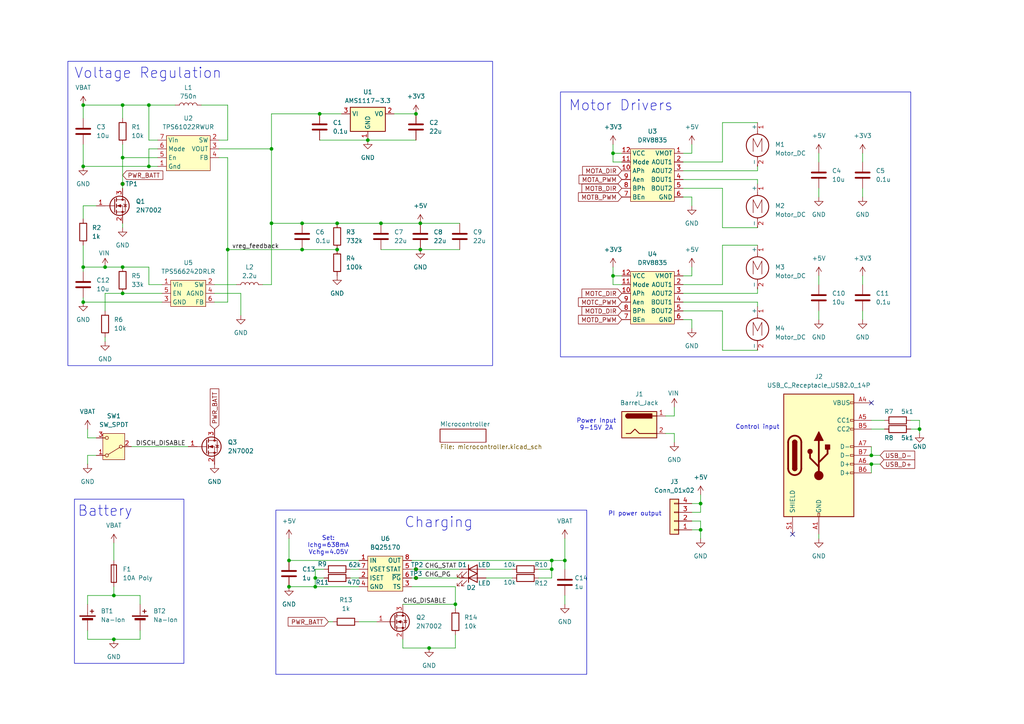
<source format=kicad_sch>
(kicad_sch (version 20231120) (generator "eeschema") (generator_version "8.0")
  (paper "A4")
  (junction (at 120.65 165.1))
  (junction (at 24.13 87.63))
  (junction (at 43.18 48.26))
  (junction (at 24.13 30.48))
  (junction (at 132.08 175.26))
  (junction (at 35.56 30.48))
  (junction (at 87.63 64.77))
  (junction (at 87.63 72.39))
  (junction (at 203.2 146.05))
  (junction (at 91.44 167.64))
  (junction (at 35.56 53.34))
  (junction (at 92.71 33.02))
  (junction (at 252.73 134.62))
  (junction (at 24.13 48.26))
  (junction (at 266.7 124.46))
  (junction (at 106.68 40.64))
  (junction (at 35.56 77.47))
  (junction (at 33.02 172.72))
  (junction (at 83.82 170.18))
  (junction (at 120.65 167.64))
  (junction (at 120.65 33.02))
  (junction (at 177.8 80.01))
  (junction (at 78.74 64.77))
  (junction (at 252.73 132.08))
  (junction (at 124.46 187.96))
  (junction (at 97.79 72.39))
  (junction (at 177.8 44.45))
  (junction (at 83.82 162.56))
  (junction (at 163.83 162.56))
  (junction (at 43.18 30.48))
  (junction (at 35.56 45.72))
  (junction (at 203.2 153.67))
  (junction (at 121.92 64.77))
  (junction (at 33.02 185.42))
  (junction (at 66.04 72.39))
  (junction (at 121.92 72.39))
  (junction (at 97.79 64.77))
  (junction (at 91.44 170.18))
  (junction (at 24.13 77.47))
  (junction (at 30.48 77.47))
  (junction (at 35.56 85.09))
  (junction (at 160.02 165.1))
  (junction (at 78.74 43.18))
  (junction (at 110.49 64.77))
  (junction (at 160.02 162.56))
  (no_connect (at 229.87 154.94))
  (no_connect (at 252.73 116.84))
  (wire (pts (xy 160.02 162.56) (xy 163.83 162.56)))
  (wire (pts (xy 66.04 72.39) (xy 87.63 72.39)))
  (wire (pts (xy 120.65 165.1) (xy 133.35 165.1)))
  (wire (pts (xy 180.34 82.55) (xy 177.8 82.55)))
  (wire (pts (xy 35.56 53.34) (xy 35.56 54.61)))
  (wire (pts (xy 124.46 187.96) (xy 132.08 187.96)))
  (wire (pts (xy 30.48 85.09) (xy 30.48 90.17)))
  (wire (pts (xy 193.04 120.65) (xy 195.58 120.65)))
  (wire (pts (xy 45.72 43.18) (xy 43.18 43.18)))
  (wire (pts (xy 219.71 101.6) (xy 209.55 101.6)))
  (wire (pts (xy 156.21 167.64) (xy 160.02 167.64)))
  (wire (pts (xy 25.4 185.42) (xy 33.02 185.42)))
  (wire (pts (xy 78.74 33.02) (xy 78.74 43.18)))
  (wire (pts (xy 203.2 143.51) (xy 203.2 146.05)))
  (wire (pts (xy 110.49 72.39) (xy 121.92 72.39)))
  (wire (pts (xy 120.65 165.1) (xy 119.38 165.1)))
  (wire (pts (xy 104.14 180.34) (xy 109.22 180.34)))
  (wire (pts (xy 121.92 72.39) (xy 133.35 72.39)))
  (wire (pts (xy 200.66 92.71) (xy 200.66 95.25)))
  (wire (pts (xy 40.64 172.72) (xy 33.02 172.72)))
  (wire (pts (xy 110.49 64.77) (xy 121.92 64.77)))
  (wire (pts (xy 45.72 40.64) (xy 43.18 40.64)))
  (wire (pts (xy 106.68 40.64) (xy 120.65 40.64)))
  (wire (pts (xy 237.49 57.15) (xy 237.49 54.61)))
  (wire (pts (xy 35.56 30.48) (xy 43.18 30.48)))
  (wire (pts (xy 198.12 82.55) (xy 209.55 82.55)))
  (wire (pts (xy 264.16 121.92) (xy 266.7 121.92)))
  (wire (pts (xy 91.44 167.64) (xy 93.98 167.64)))
  (wire (pts (xy 35.56 66.04) (xy 35.56 64.77)))
  (wire (pts (xy 78.74 64.77) (xy 87.63 64.77)))
  (wire (pts (xy 78.74 82.55) (xy 78.74 64.77)))
  (wire (pts (xy 24.13 78.74) (xy 24.13 77.47)))
  (wire (pts (xy 180.34 80.01) (xy 177.8 80.01)))
  (wire (pts (xy 219.71 52.07) (xy 219.71 53.34)))
  (wire (pts (xy 101.6 167.64) (xy 104.14 167.64)))
  (wire (pts (xy 33.02 185.42) (xy 40.64 185.42)))
  (wire (pts (xy 43.18 30.48) (xy 43.18 40.64)))
  (wire (pts (xy 250.19 57.15) (xy 250.19 54.61)))
  (wire (pts (xy 198.12 57.15) (xy 200.66 57.15)))
  (wire (pts (xy 252.73 134.62) (xy 252.73 137.16)))
  (wire (pts (xy 252.73 132.08) (xy 255.27 132.08)))
  (wire (pts (xy 50.8 30.48) (xy 43.18 30.48)))
  (wire (pts (xy 76.2 82.55) (xy 78.74 82.55)))
  (wire (pts (xy 177.8 80.01) (xy 177.8 77.47)))
  (wire (pts (xy 237.49 156.21) (xy 237.49 154.94)))
  (wire (pts (xy 66.04 72.39) (xy 66.04 87.63)))
  (wire (pts (xy 193.04 125.73) (xy 195.58 125.73)))
  (wire (pts (xy 95.25 180.34) (xy 96.52 180.34)))
  (wire (pts (xy 25.4 172.72) (xy 25.4 175.26)))
  (wire (pts (xy 25.4 132.08) (xy 25.4 134.62)))
  (wire (pts (xy 160.02 167.64) (xy 160.02 165.1)))
  (wire (pts (xy 119.38 170.18) (xy 132.08 170.18)))
  (wire (pts (xy 132.08 175.26) (xy 132.08 176.53)))
  (wire (pts (xy 24.13 71.12) (xy 24.13 77.47)))
  (wire (pts (xy 132.08 170.18) (xy 132.08 175.26)))
  (wire (pts (xy 132.08 184.15) (xy 132.08 187.96)))
  (wire (pts (xy 24.13 77.47) (xy 30.48 77.47)))
  (wire (pts (xy 200.66 153.67) (xy 203.2 153.67)))
  (wire (pts (xy 35.56 45.72) (xy 45.72 45.72)))
  (wire (pts (xy 24.13 59.69) (xy 27.94 59.69)))
  (wire (pts (xy 24.13 87.63) (xy 24.13 86.36)))
  (wire (pts (xy 252.73 129.54) (xy 252.73 132.08)))
  (wire (pts (xy 25.4 127) (xy 25.4 124.46)))
  (wire (pts (xy 200.66 44.45) (xy 200.66 41.91)))
  (wire (pts (xy 252.73 124.46) (xy 256.54 124.46)))
  (wire (pts (xy 91.44 165.1) (xy 91.44 167.64)))
  (wire (pts (xy 209.55 46.99) (xy 209.55 35.56)))
  (wire (pts (xy 116.84 187.96) (xy 124.46 187.96)))
  (wire (pts (xy 63.5 43.18) (xy 78.74 43.18)))
  (wire (pts (xy 66.04 45.72) (xy 63.5 45.72)))
  (wire (pts (xy 24.13 41.91) (xy 24.13 48.26)))
  (wire (pts (xy 252.73 121.92) (xy 256.54 121.92)))
  (wire (pts (xy 24.13 59.69) (xy 24.13 63.5)))
  (wire (pts (xy 40.64 185.42) (xy 40.64 182.88)))
  (wire (pts (xy 140.97 167.64) (xy 148.59 167.64)))
  (wire (pts (xy 237.49 80.01) (xy 237.49 82.55)))
  (wire (pts (xy 219.71 48.26) (xy 219.71 49.53)))
  (wire (pts (xy 209.55 71.12) (xy 219.71 71.12)))
  (wire (pts (xy 25.4 182.88) (xy 25.4 185.42)))
  (wire (pts (xy 104.14 162.56) (xy 83.82 162.56)))
  (wire (pts (xy 266.7 121.92) (xy 266.7 124.46)))
  (wire (pts (xy 114.3 33.02) (xy 120.65 33.02)))
  (wire (pts (xy 69.85 85.09) (xy 69.85 91.44)))
  (wire (pts (xy 198.12 92.71) (xy 200.66 92.71)))
  (wire (pts (xy 195.58 118.11) (xy 195.58 120.65)))
  (wire (pts (xy 200.66 80.01) (xy 200.66 77.47)))
  (wire (pts (xy 209.55 35.56) (xy 219.71 35.56)))
  (wire (pts (xy 209.55 90.17) (xy 198.12 90.17)))
  (wire (pts (xy 66.04 45.72) (xy 66.04 72.39)))
  (wire (pts (xy 177.8 41.91) (xy 177.8 44.45)))
  (wire (pts (xy 27.94 127) (xy 25.4 127)))
  (wire (pts (xy 200.66 148.59) (xy 203.2 148.59)))
  (wire (pts (xy 35.56 77.47) (xy 43.18 77.47)))
  (wire (pts (xy 120.65 167.64) (xy 119.38 167.64)))
  (wire (pts (xy 177.8 44.45) (xy 177.8 46.99)))
  (wire (pts (xy 133.35 64.77) (xy 121.92 64.77)))
  (wire (pts (xy 87.63 64.77) (xy 97.79 64.77)))
  (wire (pts (xy 120.65 167.64) (xy 133.35 167.64)))
  (wire (pts (xy 62.23 87.63) (xy 66.04 87.63)))
  (wire (pts (xy 198.12 46.99) (xy 209.55 46.99)))
  (wire (pts (xy 180.34 44.45) (xy 177.8 44.45)))
  (wire (pts (xy 33.02 157.48) (xy 33.02 162.56)))
  (wire (pts (xy 62.23 85.09) (xy 69.85 85.09)))
  (wire (pts (xy 87.63 72.39) (xy 97.79 72.39)))
  (wire (pts (xy 116.84 187.96) (xy 116.84 185.42)))
  (wire (pts (xy 40.64 175.26) (xy 40.64 172.72)))
  (wire (pts (xy 209.55 54.61) (xy 198.12 54.61)))
  (wire (pts (xy 177.8 82.55) (xy 177.8 80.01)))
  (wire (pts (xy 30.48 85.09) (xy 35.56 85.09)))
  (wire (pts (xy 35.56 30.48) (xy 35.56 34.29)))
  (wire (pts (xy 209.55 66.04) (xy 209.55 54.61)))
  (wire (pts (xy 180.34 46.99) (xy 177.8 46.99)))
  (wire (pts (xy 92.71 33.02) (xy 78.74 33.02)))
  (wire (pts (xy 160.02 162.56) (xy 160.02 165.1)))
  (wire (pts (xy 93.98 165.1) (xy 91.44 165.1)))
  (wire (pts (xy 35.56 85.09) (xy 46.99 85.09)))
  (wire (pts (xy 83.82 170.18) (xy 91.44 170.18)))
  (wire (pts (xy 250.19 92.71) (xy 250.19 90.17)))
  (wire (pts (xy 30.48 99.06) (xy 30.48 97.79)))
  (wire (pts (xy 163.83 175.26) (xy 163.83 172.72)))
  (wire (pts (xy 35.56 45.72) (xy 35.56 53.34)))
  (wire (pts (xy 24.13 48.26) (xy 43.18 48.26)))
  (wire (pts (xy 35.56 30.48) (xy 24.13 30.48)))
  (wire (pts (xy 43.18 48.26) (xy 45.72 48.26)))
  (wire (pts (xy 203.2 146.05) (xy 203.2 148.59)))
  (wire (pts (xy 160.02 165.1) (xy 156.21 165.1)))
  (wire (pts (xy 43.18 43.18) (xy 43.18 48.26)))
  (wire (pts (xy 119.38 162.56) (xy 160.02 162.56)))
  (wire (pts (xy 198.12 80.01) (xy 200.66 80.01)))
  (wire (pts (xy 66.04 30.48) (xy 66.04 40.64)))
  (wire (pts (xy 83.82 162.56) (xy 83.82 156.21)))
  (wire (pts (xy 35.56 41.91) (xy 35.56 45.72)))
  (wire (pts (xy 58.42 30.48) (xy 66.04 30.48)))
  (wire (pts (xy 198.12 85.09) (xy 219.71 85.09)))
  (wire (pts (xy 62.23 82.55) (xy 68.58 82.55)))
  (wire (pts (xy 92.71 40.64) (xy 106.68 40.64)))
  (wire (pts (xy 200.66 57.15) (xy 200.66 59.69)))
  (wire (pts (xy 219.71 83.82) (xy 219.71 85.09)))
  (wire (pts (xy 252.73 134.62) (xy 255.27 134.62)))
  (wire (pts (xy 97.79 64.77) (xy 110.49 64.77)))
  (wire (pts (xy 195.58 125.73) (xy 195.58 128.27)))
  (wire (pts (xy 66.04 40.64) (xy 63.5 40.64)))
  (wire (pts (xy 198.12 44.45) (xy 200.66 44.45)))
  (wire (pts (xy 33.02 170.18) (xy 33.02 172.72)))
  (wire (pts (xy 27.94 132.08) (xy 25.4 132.08)))
  (wire (pts (xy 250.19 44.45) (xy 250.19 46.99)))
  (wire (pts (xy 237.49 92.71) (xy 237.49 90.17)))
  (wire (pts (xy 92.71 33.02) (xy 99.06 33.02)))
  (wire (pts (xy 219.71 87.63) (xy 219.71 88.9)))
  (wire (pts (xy 198.12 87.63) (xy 219.71 87.63)))
  (wire (pts (xy 163.83 156.21) (xy 163.83 162.56)))
  (wire (pts (xy 38.1 129.54) (xy 54.61 129.54)))
  (wire (pts (xy 198.12 52.07) (xy 219.71 52.07)))
  (wire (pts (xy 198.12 49.53) (xy 219.71 49.53)))
  (wire (pts (xy 237.49 44.45) (xy 237.49 46.99)))
  (wire (pts (xy 24.13 30.48) (xy 24.13 34.29)))
  (wire (pts (xy 163.83 165.1) (xy 163.83 162.56)))
  (wire (pts (xy 140.97 165.1) (xy 148.59 165.1)))
  (wire (pts (xy 101.6 165.1) (xy 104.14 165.1)))
  (wire (pts (xy 25.4 172.72) (xy 33.02 172.72)))
  (wire (pts (xy 209.55 82.55) (xy 209.55 71.12)))
  (wire (pts (xy 200.66 146.05) (xy 203.2 146.05)))
  (wire (pts (xy 91.44 167.64) (xy 91.44 170.18)))
  (wire (pts (xy 200.66 151.13) (xy 203.2 151.13)))
  (wire (pts (xy 46.99 82.55) (xy 43.18 82.55)))
  (wire (pts (xy 266.7 124.46) (xy 266.7 125.73)))
  (wire (pts (xy 250.19 80.01) (xy 250.19 82.55)))
  (wire (pts (xy 116.84 175.26) (xy 132.08 175.26)))
  (wire (pts (xy 78.74 64.77) (xy 78.74 43.18)))
  (wire (pts (xy 219.71 66.04) (xy 209.55 66.04)))
  (wire (pts (xy 43.18 82.55) (xy 43.18 77.47)))
  (wire (pts (xy 91.44 170.18) (xy 104.14 170.18)))
  (wire (pts (xy 203.2 151.13) (xy 203.2 153.67)))
  (wire (pts (xy 209.55 101.6) (xy 209.55 90.17)))
  (wire (pts (xy 30.48 77.47) (xy 35.56 77.47)))
  (wire (pts (xy 203.2 153.67) (xy 203.2 156.21)))
  (wire (pts (xy 264.16 124.46) (xy 266.7 124.46)))
  (wire (pts (xy 46.99 87.63) (xy 24.13 87.63)))
  (rectangle (start 19.685 17.78) (end 142.875 106.045))
  (rectangle (start 162.56 26.67) (end 264.16 103.505))
  (rectangle (start 21.59 144.78) (end 53.34 192.405))
  (rectangle (start 80.01 147.955) (end 170.18 195.58))
  (text "Set:\nIchg=638mA\nVchg=4.05V" (at 95.25 158.242 0) (effects (font (size 1.27 1.27))))
  (text "Charging" (at 127.254 151.638 0) (effects (font (size 3 3))))
  (text "Power Input\n9-15V 2A" (at 172.974 123.19 0) (effects (font (size 1.27 1.27))))
  (text "Voltage Regulation" (at 42.926 21.336 0) (effects (font (size 3 3))))
  (text "Control input" (at 219.71 123.952 0) (effects (font (size 1.27 1.27))))
  (text "Motor Drivers" (at 180.086 30.734 0) (effects (font (size 3 3))))
  (text "PI power output" (at 184.15 149.098 0) (effects (font (size 1.27 1.27))))
  (text "Battery" (at 30.48 148.336 0) (effects (font (size 3 3))))
  (label "DISCH_DISABLE" (at 39.37 129.54 0))
  (label "CHG_DISABLE" (at 116.84 175.26 0))
  (label "vreg_feedback" (at 67.31 72.39 0))
  (label "CHG_STAT" (at 123.19 165.1 0))
  (label "CHG_PG" (at 123.19 167.64 0))
  (global_label "PWR_BATT" (shape input) (at 95.25 180.34 180) (property "Intersheetrefs" "${INTERSHEET_REFS}" (effects (hide yes))))
  (global_label "MOTA_PWM" (shape input) (at 180.34 52.07 180) (property "Intersheetrefs" "${INTERSHEET_REFS}" (effects (hide yes))))
  (global_label "MOTB_DIR" (shape input) (at 180.34 54.61 180) (property "Intersheetrefs" "${INTERSHEET_REFS}" (effects (hide yes))))
  (global_label "MOTA_DIR" (shape input) (at 180.34 49.53 180) (property "Intersheetrefs" "${INTERSHEET_REFS}" (effects (hide yes))))
  (global_label "PWR_BATT" (shape input) (at 62.23 124.46 90) (property "Intersheetrefs" "${INTERSHEET_REFS}" (effects (hide yes))))
  (global_label "USB_D-" (shape input) (at 255.27 132.08 0) (property "Intersheetrefs" "${INTERSHEET_REFS}" (effects (hide yes))))
  (global_label "MOTC_DIR" (shape input) (at 180.34 85.09 180) (property "Intersheetrefs" "${INTERSHEET_REFS}" (effects (hide yes))))
  (global_label "MOTB_PWM" (shape input) (at 180.34 57.15 180) (property "Intersheetrefs" "${INTERSHEET_REFS}" (effects (hide yes))))
  (global_label "PWR_BATT" (shape input) (at 35.56 50.8 0) (property "Intersheetrefs" "${INTERSHEET_REFS}" (effects (hide yes))))
  (global_label "MOTC_PWM" (shape input) (at 180.34 87.63 180) (property "Intersheetrefs" "${INTERSHEET_REFS}" (effects (hide yes))))
  (global_label "USB_D+" (shape input) (at 255.27 134.62 0) (property "Intersheetrefs" "${INTERSHEET_REFS}" (effects (hide yes))))
  (global_label "MOTD_DIR" (shape input) (at 180.34 90.17 180) (property "Intersheetrefs" "${INTERSHEET_REFS}" (effects (hide yes))))
  (global_label "MOTD_PWM" (shape input) (at 180.34 92.71 180) (property "Intersheetrefs" "${INTERSHEET_REFS}" (effects (hide yes))))
  (symbol (lib_id "Device:R") (at 152.4 167.64 90) (mirror x) (unit 1)
    (property "Reference" "R12" (at 156.972 169.164 90))
    (property "Value" "10k" (at 147.828 168.91 90))
    (property "Footprint" "Resistor_SMD:R_0603_1608Metric" (effects (hide yes)))
    (property "Description" "Resistor" (effects (hide yes)))
  )
  (symbol (lib_id "power:GND") (at 266.7 125.73 0) (unit 1)
    (property "Reference" "#PWR028" (effects (hide yes)))
    (property "Value" "GND" (at 266.7 129.54 0))
    (property "Description" "Power symbol creates a global label with name \"GND\" , ground" (effects (hide yes)))
  )
  (symbol (lib_id "power:GND") (at 121.92 72.39 0) (unit 1)
    (property "Reference" "#PWR016" (effects (hide yes)))
    (property "Value" "GND" (at 121.92 77.47 0))
    (property "Description" "Power symbol creates a global label with name \"GND\" , ground" (effects (hide yes)))
  )
  (symbol (lib_id "power:VAA") (at 163.83 156.21 0) (unit 1)
    (property "Reference" "#PWR033" (effects (hide yes)))
    (property "Value" "VBAT" (at 163.83 151.13 0))
    (property "Description" "Power symbol creates a global label with name \"VAA\"" (effects (hide yes)))
  )
  (symbol (lib_id "power:+5V") (at 237.49 44.45 0) (unit 1)
    (property "Reference" "#PWR05" (effects (hide yes)))
    (property "Value" "+5V" (at 237.49 39.37 0))
    (property "Description" "Power symbol creates a global label with name \"+5V\"" (effects (hide yes)))
  )
  (symbol (lib_id "power:+3V3") (at 250.19 44.45 0) (unit 1)
    (property "Reference" "#PWR06" (effects (hide yes)))
    (property "Value" "+3V3" (at 250.19 39.37 0))
    (property "Description" "Power symbol creates a global label with name \"+3V3\"" (effects (hide yes)))
  )
  (symbol (lib_name "GND_2") (lib_id "power:GND") (at 62.23 134.62 0) (unit 1)
    (property "Reference" "#PWR056" (effects (hide yes)))
    (property "Value" "GND" (at 62.23 139.7 0))
    (property "Description" "Power symbol creates a global label with name \"GND\" , ground" (effects (hide yes)))
  )
  (symbol (lib_id "power:VAA") (at 30.48 77.47 0) (unit 1)
    (property "Reference" "#PWR019" (effects (hide yes)))
    (property "Value" "VIN" (at 30.226 73.406 0))
    (property "Description" "Power symbol creates a global label with name \"VAA\"" (effects (hide yes)))
  )
  (symbol (lib_id "Motor:Motor_DC") (at 219.71 76.2 0) (unit 1)
    (property "Reference" "M3" (at 224.79 77.4699 0) (effects (justify left)))
    (property "Value" "Motor_DC" (at 224.79 80.0099 0) (effects (justify left)))
    (property "Footprint" "Connector_JST:JST_EH_B2B-EH-A_1x02_P2.50mm_Vertical" (effects (hide yes)))
    (property "Description" "DC Motor" (effects (hide yes)))
  )
  (symbol (lib_id "Connector:TestPoint_Small") (at 120.65 167.64 0) (unit 1)
    (property "Reference" "TP3" (at 118.872 166.37 0) (effects (justify left)))
    (property "Value" "TestPoint_Small" (effects (hide yes)))
    (property "Footprint" "TestPoint:TestPoint_THTPad_2.0x2.0mm_Drill1.0mm" (effects (hide yes)))
    (property "Description" "test point" (effects (hide yes)))
  )
  (symbol (lib_id "power:GND") (at 203.2 156.21 0) (unit 1)
    (property "Reference" "#PWR034" (effects (hide yes)))
    (property "Value" "GND" (at 203.2 161.29 0))
    (property "Description" "Power symbol creates a global label with name \"GND\" , ground" (effects (hide yes)))
  )
  (symbol (lib_id "Device:C") (at 24.13 82.55 0) (unit 1)
    (property "Reference" "C12" (at 27.94 81.2799 0) (effects (justify left)))
    (property "Value" "10u" (at 27.94 83.8199 0) (effects (justify left)))
    (property "Footprint" "Capacitor_SMD:C_0603_1608Metric" (effects (hide yes)))
    (property "Description" "Unpolarized capacitor" (effects (hide yes)))
    (property "DPN" "478-0603DD106MAT2ACT-ND" (effects (hide yes)))
    (property "MPN" "0603DD106MAT2A" (effects (hide yes)))
  )
  (symbol (lib_id "Device:C") (at 24.13 38.1 0) (unit 1)
    (property "Reference" "C3" (at 27.94 36.8299 0) (effects (justify left)))
    (property "Value" "10u" (at 27.94 39.3699 0) (effects (justify left)))
    (property "Footprint" "Capacitor_SMD:C_0603_1608Metric" (effects (hide yes)))
    (property "Description" "Unpolarized capacitor" (effects (hide yes)))
    (property "DPN" "478-0603DD106MAT2ACT-ND" (effects (hide yes)))
    (property "MPN" "0603DD106MAT2A" (effects (hide yes)))
  )
  (symbol (lib_id "power:GND") (at 237.49 156.21 0) (unit 1)
    (property "Reference" "#PWR035" (effects (hide yes)))
    (property "Value" "GND" (at 237.49 161.29 0))
    (property "Description" "Power symbol creates a global label with name \"GND\" , ground" (effects (hide yes)))
  )
  (symbol (lib_id "power:GND") (at 35.56 66.04 0) (unit 1)
    (property "Reference" "#PWR013" (effects (hide yes)))
    (property "Value" "GND" (at 35.56 71.12 0))
    (property "Description" "Power symbol creates a global label with name \"GND\" , ground" (effects (hide yes)))
  )
  (symbol (lib_id "lib:DRV8835") (at 189.23 86.36 0) (unit 1)
    (property "Reference" "U4" (at 189.23 73.66 0))
    (property "Value" "DRV8835" (at 189.23 76.2 0))
    (property "Footprint" "Package_SON:WSON-12-1EP_3x2mm_P0.5mm_EP1x2.65" (effects (hide yes)))
    (property "Datasheet" "https://www.ti.com/lit/ds/symlink/drv8835.pdf" (effects (hide yes)))
    (property "Description" "Dual Low-Voltage H-Bridge IC" (effects (hide yes)))
    (property "DPN" "296-30391-1-ND" (effects (hide yes)))
    (property "MPN" "DRV8835DSSR" (effects (hide yes)))
  )
  (symbol (lib_name "GND_1") (lib_id "power:GND") (at 25.4 134.62 0) (unit 1)
    (property "Reference" "#PWR055" (effects (hide yes)))
    (property "Value" "GND" (at 25.4 139.7 0))
    (property "Description" "Power symbol creates a global label with name \"GND\" , ground" (effects (hide yes)))
  )
  (symbol (lib_id "Device:R") (at 132.08 180.34 0) (unit 1)
    (property "Reference" "R14" (at 134.62 179.0699 0) (effects (justify left)))
    (property "Value" "10k" (at 134.62 181.6099 0) (effects (justify left)))
    (property "Footprint" "Resistor_SMD:R_0603_1608Metric" (effects (hide yes)))
    (property "Description" "Resistor" (effects (hide yes)))
  )
  (symbol (lib_id "Device:R") (at 100.33 180.34 90) (unit 1)
    (property "Reference" "R13" (at 100.33 173.99 90))
    (property "Value" "1k" (at 100.33 176.53 90))
    (property "Footprint" "Resistor_SMD:R_0603_1608Metric" (effects (hide yes)))
    (property "Description" "Resistor" (effects (hide yes)))
  )
  (symbol (lib_id "power:GND") (at 195.58 128.27 0) (unit 1)
    (property "Reference" "#PWR029" (effects (hide yes)))
    (property "Value" "GND" (at 195.58 133.35 0))
    (property "Description" "Power symbol creates a global label with name \"GND\" , ground" (effects (hide yes)))
  )
  (symbol (lib_id "power:GND") (at 163.83 175.26 0) (unit 1)
    (property "Reference" "#PWR037" (effects (hide yes)))
    (property "Value" "GND" (at 163.83 180.34 0))
    (property "Description" "Power symbol creates a global label with name \"GND\" , ground" (effects (hide yes)))
  )
  (symbol (lib_id "Device:Q_NMOS_GSD") (at 59.69 129.54 0) (unit 1)
    (property "Reference" "Q3" (at 66.04 128.2699 0) (effects (justify left)))
    (property "Value" "2N7002" (at 66.04 130.8099 0) (effects (justify left)))
    (property "Footprint" "Package_TO_SOT_SMD:SOT-323_SC-70" (effects (hide yes)))
    (property "Description" "N-MOSFET transistor, gate/source/drain" (effects (hide yes)))
    (property "DPN" "4878-2N7002WCT-ND" (effects (hide yes)))
    (property "MPN" "2N7002W" (effects (hide yes)))
  )
  (symbol (lib_id "power:+5V") (at 83.82 156.21 0) (unit 1)
    (property "Reference" "#PWR032" (effects (hide yes)))
    (property "Value" "+5V" (at 83.82 151.13 0))
    (property "Description" "Power symbol creates a global label with name \"+5V\"" (effects (hide yes)))
  )
  (symbol (lib_id "Device:C") (at 237.49 86.36 0) (unit 1)
    (property "Reference" "C10" (at 241.3 85.0899 0) (effects (justify left)))
    (property "Value" "10u" (at 241.3 87.6299 0) (effects (justify left)))
    (property "Footprint" "Capacitor_SMD:C_0603_1608Metric" (effects (hide yes)))
    (property "Description" "Unpolarized capacitor" (effects (hide yes)))
    (property "DPN" "478-0603DD106MAT2ACT-ND" (effects (hide yes)))
    (property "MPN" "0603DD106MAT2A" (effects (hide yes)))
  )
  (symbol (lib_id "Device:Battery_Cell") (at 40.64 180.34 0) (unit 1)
    (property "Reference" "BT2" (at 44.45 177.2284 0) (effects (justify left)))
    (property "Value" "Na-Ion" (at 44.45 179.7684 0) (effects (justify left)))
    (property "Footprint" "Battery:BatteryHolder_MPD_BH-18650-PC2" (effects (hide yes)))
    (property "Description" "Single-cell battery" (effects (hide yes)))
  )
  (symbol (lib_id "Connector:USB_C_Receptacle_USB2.0_14P") (at 237.49 132.08 0) (unit 1)
    (property "Reference" "J2" (at 237.49 109.22 0))
    (property "Value" "USB_C_Receptacle_USB2.0_14P" (at 237.49 111.76 0))
    (property "Datasheet" "https://www.usb.org/sites/default/files/documents/usb_type-c.zip" (effects (hide yes)))
    (property "Description" "USB 2.0-only 14P Type-C Receptacle connector" (effects (hide yes)))
  )
  (symbol (lib_id "power:VBUS") (at 33.02 157.48 0) (unit 1)
    (property "Reference" "#PWR031" (effects (hide yes)))
    (property "Value" "VBAT" (at 33.02 152.4 0))
    (property "Description" "Power symbol creates a global label with name \"VBUS\"" (effects (hide yes)))
  )
  (symbol (lib_id "Device:L") (at 72.39 82.55 90) (unit 1)
    (property "Reference" "L2" (at 72.39 77.47 90))
    (property "Value" "2.2u" (at 72.39 80.01 90))
    (property "Footprint" "Capacitor_SMD:C_0603_1608Metric" (effects (hide yes)))
    (property "Description" "2.2 µH Shielded Molded Inductor 8 A 15mOhm Max Nonstandard" (effects (hide yes)))
    (property "DPN" "553-BMRB000606302R2MA1CT-ND" (effects (hide yes)))
    (property "MPN" "BMRB000606302R2MA1" (effects (hide yes)))
  )
  (symbol (lib_id "power:GND") (at 33.02 185.42 0) (unit 1)
    (property "Reference" "#PWR039" (effects (hide yes)))
    (property "Value" "GND" (at 33.02 190.5 0))
    (property "Description" "Power symbol creates a global label with name \"GND\" , ground" (effects (hide yes)))
  )
  (symbol (lib_id "Device:R") (at 97.79 167.64 270) (unit 1)
    (property "Reference" "R11" (at 93.472 168.91 90))
    (property "Value" "470" (at 102.616 168.91 90))
    (property "Footprint" "Resistor_SMD:R_0603_1608Metric" (effects (hide yes)))
    (property "Description" "Resistor" (effects (hide yes)))
  )
  (symbol (lib_id "power:VAA") (at 24.13 30.48 0) (unit 1)
    (property "Reference" "#PWR01" (effects (hide yes)))
    (property "Value" "VBAT" (at 24.13 25.4 0))
    (property "Description" "Power symbol creates a global label with name \"VAA\"" (effects (hide yes)))
  )
  (symbol (lib_id "Device:C") (at 121.92 68.58 0) (unit 1)
    (property "Reference" "C8" (at 125.73 67.3099 0) (effects (justify left)))
    (property "Value" "22u" (at 125.73 69.8499 0) (effects (justify left)))
    (property "Footprint" "Capacitor_SMD:C_0603_1608Metric" (effects (hide yes)))
    (property "Description" "Unpolarized capacitor" (effects (hide yes)))
    (property "DPN" "490-7611-1-ND" (effects (hide yes)))
    (property "MPN" "GRM188R60J226MEA0D" (effects (hide yes)))
  )
  (symbol (lib_id "Device:R") (at 260.35 121.92 90) (unit 1)
    (property "Reference" "R7" (at 257.81 119.38 90))
    (property "Value" "5k1" (at 263.144 119.38 90))
    (property "Footprint" "Resistor_SMD:R_0603_1608Metric" (effects (hide yes)))
    (property "Description" "Resistor" (effects (hide yes)))
  )
  (symbol (lib_id "Device:R") (at 260.35 124.46 90) (unit 1)
    (property "Reference" "R8" (at 257.81 127 90))
    (property "Value" "5k1" (at 263.144 127 90))
    (property "Footprint" "Resistor_SMD:R_0603_1608Metric" (effects (hide yes)))
    (property "Description" "Resistor" (effects (hide yes)))
  )
  (symbol (lib_id "Device:R") (at 97.79 165.1 90) (unit 1)
    (property "Reference" "R9" (at 93.472 163.576 90))
    (property "Value" "62k" (at 102.87 163.83 90))
    (property "Footprint" "Resistor_SMD:R_0603_1608Metric" (effects (hide yes)))
    (property "Description" "Resistor" (effects (hide yes)))
  )
  (symbol (lib_id "Device:Q_NMOS_GSD") (at 33.02 59.69 0) (unit 1)
    (property "Reference" "Q1" (at 39.37 58.4199 0) (effects (justify left)))
    (property "Value" "2N7002" (at 39.37 60.9599 0) (effects (justify left)))
    (property "Footprint" "Package_TO_SOT_SMD:SOT-323_SC-70" (effects (hide yes)))
    (property "Description" "N-MOSFET transistor, gate/source/drain" (effects (hide yes)))
    (property "DPN" "4878-2N7002WCT-ND" (effects (hide yes)))
    (property "MPN" "2N7002W" (effects (hide yes)))
  )
  (symbol (lib_id "Device:C") (at 133.35 68.58 0) (unit 1)
    (property "Reference" "C9" (at 137.16 67.3099 0) (effects (justify left)))
    (property "Value" "22u" (at 137.16 69.8499 0) (effects (justify left)))
    (property "Footprint" "Capacitor_SMD:C_0603_1608Metric" (effects (hide yes)))
    (property "Description" "Unpolarized capacitor" (effects (hide yes)))
    (property "DPN" "490-7611-1-ND" (effects (hide yes)))
    (property "MPN" "GRM188R60J226MEA0D" (effects (hide yes)))
  )
  (symbol (lib_id "power:GND") (at 200.66 95.25 0) (unit 1)
    (property "Reference" "#PWR024" (effects (hide yes)))
    (property "Value" "GND" (at 200.66 100.33 0))
    (property "Description" "Power symbol creates a global label with name \"GND\" , ground" (effects (hide yes)))
  )
  (symbol (lib_id "Device:C") (at 83.82 166.37 0) (unit 1)
    (property "Reference" "C13" (at 87.63 165.0999 0) (effects (justify left)))
    (property "Value" "1u" (at 87.63 167.6399 0) (effects (justify left)))
    (property "Footprint" "Capacitor_SMD:C_0603_1608Metric" (effects (hide yes)))
    (property "Description" "Unpolarized capacitor" (effects (hide yes)))
    (property "DPN" "1276-1861-1-ND" (effects (hide yes)))
    (property "MPN" "CL10A105KL8NNNC" (effects (hide yes)))
  )
  (symbol (lib_id "Connector_Generic:Conn_01x04") (at 195.58 151.13 180) (unit 1)
    (property "Reference" "J3" (at 195.58 139.7 0))
    (property "Value" "Conn_01x02" (at 195.58 142.24 0))
    (property "Description" "Generic connector, single row, 01x04, script generated (kicad-library-utils/schlib/autogen/connector/)" (effects (hide yes)))
  )
  (symbol (lib_id "power:+5V") (at 203.2 143.51 0) (unit 1)
    (property "Reference" "#PWR030" (effects (hide yes)))
    (property "Value" "+5V" (at 203.2 138.43 0))
    (property "Description" "Power symbol creates a global label with name \"+5V\"" (effects (hide yes)))
  )
  (symbol (lib_id "lib:TPS566242") (at 54.61 85.09 0) (unit 1)
    (property "Reference" "U5" (at 54.61 76.2 0))
    (property "Value" "TPS566242DRLR" (at 54.61 78.74 0))
    (property "Footprint" "Package_TO_SOT_SMD:SOT-563" (effects (hide yes)))
    (property "Datasheet" "https://www.ti.com/lit/ds/symlink/tps566242.pdf" (effects (hide yes)))
    (property "Description" "IC REG BUCK ADJ 6A SOT563" (effects (hide yes)))
    (property "MPN" "TPS566242DRLR" (effects (hide yes)))
    (property "DPN" "296-TPS566242DRLRCT-ND" (effects (hide yes)))
  )
  (symbol (lib_id "power:GND") (at 24.13 87.63 0) (unit 1)
    (property "Reference" "#PWR023" (effects (hide yes)))
    (property "Value" "GND" (at 24.13 92.71 0))
    (property "Description" "Power symbol creates a global label with name \"GND\" , ground" (effects (hide yes)))
  )
  (symbol (lib_id "lib:TPS61022") (at 54.61 44.45 0) (unit 1)
    (property "Reference" "U2" (at 54.61 34.29 0))
    (property "Value" "TPS61022RWUR" (at 54.61 36.83 0))
    (property "Footprint" "lib:VQFN-7" (effects (hide yes)))
    (property "Datasheet" "https://www.ti.com/lit/ds/symlink/tps61022.pdf?HQS=dis-dk-null-digikeymode-dsf-pf-null-wwe&ts=1714234704481&ref_url=https%253A%252F%252Fwww.ti.com%252Fgeneral%252Fdocs%252Fsuppproductinfo.tsp%253FdistId%253D10%2526gotoUrl%253Dhttps%253A%252F%252Fwww.ti.com%252Flit%252Fgpn%252Ftps61022" (effects (hide yes)))
    (property "Description" "IC REG BOOST ADJ 8A 7VQFN" (effects (hide yes)))
    (property "MPN" "TPS61022RWUR" (effects (hide yes)))
    (property "DPN" "296-TPS61022RWURCT-ND" (effects (hide yes)))
  )
  (symbol (lib_id "power:GND") (at 83.82 170.18 0) (unit 1)
    (property "Reference" "#PWR036" (effects (hide yes)))
    (property "Value" "GND" (at 83.82 175.26 0))
    (property "Description" "Power symbol creates a global label with name \"GND\" , ground" (effects (hide yes)))
  )
  (symbol (lib_id "power:GND") (at 30.48 99.06 0) (unit 1)
    (property "Reference" "#PWR026" (effects (hide yes)))
    (property "Value" "GND" (at 30.48 104.14 0))
    (property "Description" "Power symbol creates a global label with name \"GND\" , ground" (effects (hide yes)))
  )
  (symbol (lib_id "Device:Fuse") (at 33.02 166.37 0) (unit 1)
    (property "Reference" "F1" (at 35.56 165.0999 0) (effects (justify left)))
    (property "Value" "10A Poly" (at 35.56 167.6399 0) (effects (justify left)))
    (property "Footprint" "Fuse:Fuse_2920_7451Metric" (effects (hide yes)))
    (property "Description" "Fuse" (effects (hide yes)))
    (property "DPN" "13-SMD2920B500TF/16CT-ND" (effects (hide yes)))
    (property "MPN" "SMD2920B500TF/16" (effects (hide yes)))
  )
  (symbol (lib_id "power:GND") (at 237.49 92.71 0) (unit 1)
    (property "Reference" "#PWR021" (effects (hide yes)))
    (property "Value" "GND" (at 237.49 97.79 0))
    (property "Description" "Power symbol creates a global label with name \"GND\" , ground" (effects (hide yes)))
  )
  (symbol (lib_id "Motor:Motor_DC") (at 219.71 58.42 0) (unit 1)
    (property "Reference" "M2" (at 224.79 59.6899 0) (effects (justify left)))
    (property "Value" "Motor_DC" (at 224.79 62.2299 0) (effects (justify left)))
    (property "Footprint" "Connector_JST:JST_EH_B2B-EH-A_1x02_P2.50mm_Vertical" (effects (hide yes)))
    (property "Description" "DC Motor" (effects (hide yes)))
  )
  (symbol (lib_id "power:GND") (at 97.79 80.01 0) (unit 1)
    (property "Reference" "#PWR020" (effects (hide yes)))
    (property "Value" "GND" (at 97.79 85.09 0))
    (property "Description" "Power symbol creates a global label with name \"GND\" , ground" (effects (hide yes)))
  )
  (symbol (lib_id "power:+5V") (at 121.92 64.77 0) (unit 1)
    (property "Reference" "#PWR012" (effects (hide yes)))
    (property "Value" "+5V" (at 121.92 59.69 0))
    (property "Description" "Power symbol creates a global label with name \"+5V\"" (effects (hide yes)))
  )
  (symbol (lib_id "Device:C") (at 110.49 68.58 0) (unit 1)
    (property "Reference" "C7" (at 114.3 67.3099 0) (effects (justify left)))
    (property "Value" "22u" (at 114.3 69.8499 0) (effects (justify left)))
    (property "Footprint" "Capacitor_SMD:C_0603_1608Metric" (effects (hide yes)))
    (property "Description" "Unpolarized capacitor" (effects (hide yes)))
    (property "DPN" "490-7611-1-ND" (effects (hide yes)))
    (property "MPN" "GRM188R60J226MEA0D" (effects (hide yes)))
  )
  (symbol (lib_id "Device:C") (at 250.19 86.36 0) (unit 1)
    (property "Reference" "C11" (at 254 85.0899 0) (effects (justify left)))
    (property "Value" "0.1u" (at 254 87.6299 0) (effects (justify left)))
    (property "Footprint" "Capacitor_SMD:C_0603_1608Metric" (effects (hide yes)))
    (property "Description" "Unpolarized capacitor" (effects (hide yes)))
    (property "DPN" "1276-1938-1-ND" (effects (hide yes)))
    (property "MPN" "CL10B104KO8NFNC" (effects (hide yes)))
  )
  (symbol (lib_id "Device:C") (at 120.65 36.83 0) (unit 1)
    (property "Reference" "C2" (at 124.46 35.5599 0) (effects (justify left)))
    (property "Value" "22u" (at 124.46 38.0999 0) (effects (justify left)))
    (property "Footprint" "Capacitor_SMD:C_0603_1608Metric" (effects (hide yes)))
    (property "Description" "Unpolarized capacitor" (effects (hide yes)))
    (property "DPN" "490-7611-1-ND" (effects (hide yes)))
    (property "MPN" "GRM188R60J226MEA0D" (effects (hide yes)))
  )
  (symbol (lib_id "power:+5V") (at 200.66 77.47 0) (unit 1)
    (property "Reference" "#PWR015" (effects (hide yes)))
    (property "Value" "+5V" (at 200.66 72.39 0))
    (property "Description" "Power symbol creates a global label with name \"+5V\"" (effects (hide yes)))
  )
  (symbol (lib_id "Device:C") (at 250.19 50.8 0) (unit 1)
    (property "Reference" "C5" (at 254 49.5299 0) (effects (justify left)))
    (property "Value" "0.1u" (at 254 52.0699 0) (effects (justify left)))
    (property "Footprint" "Capacitor_SMD:C_0603_1608Metric" (effects (hide yes)))
    (property "Description" "Unpolarized capacitor" (effects (hide yes)))
    (property "DPN" "1276-1938-1-ND" (effects (hide yes)))
    (property "MPN" "CL10B104KO8NFNC" (effects (hide yes)))
  )
  (symbol (lib_id "Device:C") (at 87.63 68.58 0) (unit 1)
    (property "Reference" "C6" (at 91.44 67.3099 0) (effects (justify left)))
    (property "Value" "0.1u" (at 91.44 69.8499 0) (effects (justify left)))
    (property "Footprint" "Capacitor_SMD:C_0603_1608Metric" (effects (hide yes)))
    (property "Description" "Unpolarized capacitor" (effects (hide yes)))
    (property "DPN" "1276-1938-1-ND" (effects (hide yes)))
    (property "MPN" "CL10B104KO8NFNC" (effects (hide yes)))
  )
  (symbol (lib_id "Device:R") (at 97.79 76.2 0) (unit 1)
    (property "Reference" "R4" (at 100.33 74.9299 0) (effects (justify left)))
    (property "Value" "100k" (at 100.33 77.4699 0) (effects (justify left)))
    (property "Footprint" "Resistor_SMD:R_0603_1608Metric" (effects (hide yes)))
    (property "Description" "Resistor" (effects (hide yes)))
  )
  (symbol (lib_id "Regulator_Linear:AMS1117-3.3") (at 106.68 33.02 0) (unit 1)
    (property "Reference" "U1" (at 106.68 26.67 0))
    (property "Value" "AMS1117-3.3" (at 106.68 29.21 0))
    (property "Footprint" "Package_TO_SOT_SMD:SOT-223-3_TabPin2" (effects (hide yes)))
    (property "Datasheet" "http://www.advanced-monolithic.com/pdf/ds1117.pdf" (effects (hide yes)))
    (property "Description" "1A Low Dropout regulator, positive, 3.3V fixed output, SOT-223" (effects (hide yes)))
    (property "DPN" "5272-AMS1117-3.3CT-ND" (effects (hide yes)))
    (property "MPN" "AMS1117-3.3" (effects (hide yes)))
  )
  (symbol (lib_id "Device:R") (at 97.79 68.58 0) (unit 1)
    (property "Reference" "R3" (at 100.33 67.3099 0) (effects (justify left)))
    (property "Value" "732k" (at 100.33 69.8499 0) (effects (justify left)))
    (property "Footprint" "Resistor_SMD:R_0603_1608Metric" (effects (hide yes)))
    (property "Description" "Resistor" (effects (hide yes)))
  )
  (symbol (lib_id "Device:R") (at 35.56 38.1 0) (unit 1)
    (property "Reference" "R1" (at 38.1 36.8299 0) (effects (justify left)))
    (property "Value" "10k" (at 38.1 39.3699 0) (effects (justify left)))
    (property "Footprint" "Resistor_SMD:R_0603_1608Metric" (effects (hide yes)))
    (property "Description" "Resistor" (effects (hide yes)))
  )
  (symbol (lib_id "Device:C") (at 237.49 50.8 0) (unit 1)
    (property "Reference" "C4" (at 241.3 49.5299 0) (effects (justify left)))
    (property "Value" "10u" (at 241.3 52.0699 0) (effects (justify left)))
    (property "Footprint" "Capacitor_SMD:C_0603_1608Metric" (effects (hide yes)))
    (property "Description" "Unpolarized capacitor" (effects (hide yes)))
    (property "DPN" "478-0603DD106MAT2ACT-ND" (effects (hide yes)))
    (property "MPN" "0603DD106MAT2A" (effects (hide yes)))
  )
  (symbol (lib_id "power:GND") (at 69.85 91.44 0) (unit 1)
    (property "Reference" "#PWR025" (effects (hide yes)))
    (property "Value" "GND" (at 69.85 96.52 0))
    (property "Description" "Power symbol creates a global label with name \"GND\" , ground" (effects (hide yes)))
  )
  (symbol (lib_id "Connector:TestPoint_Small") (at 35.56 53.34 0) (unit 1)
    (property "Reference" "TP1" (at 36.322 53.34 0) (effects (justify left)))
    (property "Value" "TestPoint_Small" (effects (hide yes)))
    (property "Footprint" "TestPoint:TestPoint_THTPad_2.0x2.0mm_Drill1.0mm" (effects (hide yes)))
    (property "Description" "test point" (effects (hide yes)))
  )
  (symbol (lib_id "Device:C") (at 92.71 36.83 0) (unit 1)
    (property "Reference" "C1" (at 96.52 35.5599 0) (effects (justify left)))
    (property "Value" "0.1u" (at 96.52 38.0999 0) (effects (justify left)))
    (property "Footprint" "Capacitor_SMD:C_0603_1608Metric" (effects (hide yes)))
    (property "Description" "Unpolarized capacitor" (effects (hide yes)))
    (property "DPN" "1276-1938-1-ND" (effects (hide yes)))
    (property "MPN" "CL10B104KO8NFNC" (effects (hide yes)))
  )
  (symbol (lib_id "Connector:TestPoint_Small") (at 120.65 165.1 0) (unit 1)
    (property "Reference" "TP2" (at 119.126 163.83 0) (effects (justify left)))
    (property "Value" "TestPoint_Small" (effects (hide yes)))
    (property "Footprint" "TestPoint:TestPoint_THTPad_2.0x2.0mm_Drill1.0mm" (effects (hide yes)))
    (property "Description" "test point" (effects (hide yes)))
  )
  (symbol (lib_id "Device:L") (at 54.61 30.48 90) (unit 1)
    (property "Reference" "L1" (at 54.61 25.4 90))
    (property "Value" "750n" (at 54.61 27.94 90))
    (property "Datasheet" "https://productfinder.pulseelectronics.com/api/open/part-attachments/datasheet/PA4341.751NLT" (effects (hide yes)))
    (property "Description" "Inductor" (effects (hide yes)))
    (property "DPN" "553-3421-1-ND" (effects (hide yes)))
    (property "MPN" "PA4341.751NLT" (effects (hide yes)))
  )
  (symbol (lib_name "BQ25170_1") (lib_id "lib:BQ25170") (at 111.76 166.37 0) (unit 1)
    (property "Reference" "U6" (at 111.76 156.21 0))
    (property "Value" "BQ25170" (at 111.76 158.75 0))
    (property "Footprint" "Package_SON:WSON-8-1EP_2x2mm_P0.5mm_EP0.9x1.6mm" (effects (hide yes)))
    (property "Datasheet" "https://www.ti.com/lit/ds/symlink/bq25170.pdf" (effects (hide yes)))
    (property "Description" "800-mA Linear Battery Charger for 1-Cell Li-Ion, and LiFePO4" (effects (hide yes)))
    (property "MPN" "BQ25170DSGR" (effects (hide yes)))
    (property "DPN" "296-BQ25170DSGRCT-ND" (effects (hide yes)))
  )
  (symbol (lib_id "power:+3V3") (at 120.65 33.02 0) (unit 1)
    (property "Reference" "#PWR02" (effects (hide yes)))
    (property "Value" "+3V3" (at 120.65 27.94 0))
    (property "Description" "Power symbol creates a global label with name \"+3V3\"" (effects (hide yes)))
  )
  (symbol (lib_id "power:VAA") (at 195.58 118.11 0) (unit 1)
    (property "Reference" "#PWR027" (effects (hide yes)))
    (property "Value" "VIN" (at 195.326 114.046 0))
    (property "Description" "Power symbol creates a global label with name \"VAA\"" (effects (hide yes)))
  )
  (symbol (lib_id "power:GND") (at 106.68 40.64 0) (unit 1)
    (property "Reference" "#PWR07" (effects (hide yes)))
    (property "Value" "GND" (at 106.68 45.72 0))
    (property "Description" "Power symbol creates a global label with name \"GND\" , ground" (effects (hide yes)))
  )
  (symbol (lib_id "Device:LED") (at 137.16 167.64 0) (unit 1)
    (property "Reference" "D2" (at 136.652 170.434 0))
    (property "Value" "LED" (at 140.462 169.164 0))
    (property "Footprint" "LED_SMD:LED_0603_1608Metric" (effects (hide yes)))
    (property "Description" "Light emitting diode" (effects (hide yes)))
    (property "DPN" "3147-B1911PG--20D000514U1930CT-ND" (effects (hide yes)))
    (property "MPN" "B1911PG--20D000514U1930" (effects (hide yes)))
  )
  (symbol (lib_id "Device:R") (at 30.48 93.98 0) (unit 1)
    (property "Reference" "R6" (at 33.02 92.7099 0) (effects (justify left)))
    (property "Value" "10k" (at 33.02 95.2499 0) (effects (justify left)))
    (property "Footprint" "Resistor_SMD:R_0603_1608Metric" (effects (hide yes)))
    (property "Description" "Resistor" (effects (hide yes)))
  )
  (symbol (lib_id "power:GND") (at 200.66 59.69 0) (unit 1)
    (property "Reference" "#PWR011" (effects (hide yes)))
    (property "Value" "GND" (at 200.66 64.77 0))
    (property "Description" "Power symbol creates a global label with name \"GND\" , ground" (effects (hide yes)))
  )
  (symbol (lib_id "Device:R") (at 35.56 81.28 0) (unit 1)
    (property "Reference" "R5" (at 38.1 80.0099 0) (effects (justify left)))
    (property "Value" "33k" (at 38.1 82.5499 0) (effects (justify left)))
    (property "Footprint" "Resistor_SMD:R_0603_1608Metric" (effects (hide yes)))
    (property "Description" "Resistor" (effects (hide yes)))
  )
  (symbol (lib_id "Device:C") (at 163.83 168.91 0) (unit 1)
    (property "Reference" "C14" (at 166.624 167.64 0) (effects (justify left)))
    (property "Value" "1u" (at 166.624 170.18 0) (effects (justify left)))
    (property "Footprint" "Capacitor_SMD:C_0603_1608Metric" (effects (hide yes)))
    (property "Description" "Unpolarized capacitor" (effects (hide yes)))
    (property "DPN" "1276-1861-1-ND" (effects (hide yes)))
    (property "MPN" "CL10A105KL8NNNC" (effects (hide yes)))
  )
  (symbol (lib_id "power:GND") (at 24.13 48.26 0) (unit 1)
    (property "Reference" "#PWR08" (effects (hide yes)))
    (property "Value" "GND" (at 24.13 53.34 0))
    (property "Description" "Power symbol creates a global label with name \"GND\" , ground" (effects (hide yes)))
  )
  (symbol (lib_id "power:GND") (at 237.49 57.15 0) (unit 1)
    (property "Reference" "#PWR09" (effects (hide yes)))
    (property "Value" "GND" (at 237.49 62.23 0))
    (property "Description" "Power symbol creates a global label with name \"GND\" , ground" (effects (hide yes)))
  )
  (symbol (lib_id "power:+3V3") (at 177.8 41.91 0) (unit 1)
    (property "Reference" "#PWR03" (effects (hide yes)))
    (property "Value" "+3V3" (at 177.8 36.83 0))
    (property "Description" "Power symbol creates a global label with name \"+3V3\"" (effects (hide yes)))
  )
  (symbol (lib_id "Device:R") (at 24.13 67.31 0) (mirror y) (unit 1)
    (property "Reference" "R2" (at 26.67 66.0399 0) (effects (justify right)))
    (property "Value" "1k" (at 26.67 68.5799 0) (effects (justify right)))
    (property "Footprint" "Resistor_SMD:R_0603_1608Metric" (effects (hide yes)))
    (property "Description" "Resistor" (effects (hide yes)))
  )
  (symbol (lib_id "Motor:Motor_DC") (at 219.71 93.98 0) (unit 1)
    (property "Reference" "M4" (at 224.79 95.2499 0) (effects (justify left)))
    (property "Value" "Motor_DC" (at 224.79 97.7899 0) (effects (justify left)))
    (property "Footprint" "Connector_JST:JST_EH_B2B-EH-A_1x02_P2.50mm_Vertical" (effects (hide yes)))
    (property "Description" "DC Motor" (effects (hide yes)))
  )
  (symbol (lib_id "power:VBUS") (at 25.4 124.46 0) (unit 1)
    (property "Reference" "#PWR054" (effects (hide yes)))
    (property "Value" "VBAT" (at 25.4 119.38 0))
    (property "Description" "Power symbol creates a global label with name \"VBUS\"" (effects (hide yes)))
  )
  (symbol (lib_id "Connector:Barrel_Jack") (at 185.42 123.19 0) (unit 1)
    (property "Reference" "J1" (at 185.42 114.3 0))
    (property "Value" "Barrel_Jack" (at 185.42 116.84 0))
    (property "Description" "DC Barrel Jack" (effects (hide yes)))
  )
  (symbol (lib_id "power:GND") (at 250.19 57.15 0) (unit 1)
    (property "Reference" "#PWR010" (effects (hide yes)))
    (property "Value" "GND" (at 250.19 62.23 0))
    (property "Description" "Power symbol creates a global label with name \"GND\" , ground" (effects (hide yes)))
  )
  (symbol (lib_id "Device:Battery_Cell") (at 25.4 180.34 0) (unit 1)
    (property "Reference" "BT1" (at 29.21 177.2284 0) (effects (justify left)))
    (property "Value" "Na-Ion" (at 29.21 179.7684 0) (effects (justify left)))
    (property "Footprint" "Battery:BatteryHolder_MPD_BH-18650-PC2" (effects (hide yes)))
    (property "Description" "Single-cell battery" (effects (hide yes)))
  )
  (symbol (lib_id "Device:R") (at 152.4 165.1 90) (unit 1)
    (property "Reference" "R10" (at 156.972 163.83 90))
    (property "Value" "10k" (at 147.828 163.83 90))
    (property "Footprint" "Resistor_SMD:R_0603_1608Metric" (effects (hide yes)))
    (property "Description" "Resistor" (effects (hide yes)))
  )
  (symbol (lib_id "lib:DRV8835") (at 189.23 50.8 0) (unit 1)
    (property "Reference" "U3" (at 189.23 38.1 0))
    (property "Value" "DRV8835" (at 189.23 40.64 0))
    (property "Footprint" "Package_SON:WSON-12-1EP_3x2mm_P0.5mm_EP1x2.65" (effects (hide yes)))
    (property "Datasheet" "https://www.ti.com/lit/ds/symlink/drv8835.pdf" (effects (hide yes)))
    (property "Description" "Dual Low-Voltage H-Bridge IC" (effects (hide yes)))
    (property "DPN" "296-30391-1-ND" (effects (hide yes)))
    (property "MPN" "DRV8835DSSR" (effects (hide yes)))
  )
  (symbol (lib_id "Switch:SW_SPDT") (at 33.02 129.54 180) (unit 1)
    (property "Reference" "SW1" (at 33.02 120.65 0))
    (property "Value" "SW_SPDT" (at 33.02 123.19 0))
    (property "Description" "Switch, single pole double throw" (effects (hide yes)))
  )
  (symbol (lib_id "power:+5V") (at 237.49 80.01 0) (unit 1)
    (property "Reference" "#PWR017" (effects (hide yes)))
    (property "Value" "+5V" (at 237.49 74.93 0))
    (property "Description" "Power symbol creates a global label with name \"+5V\"" (effects (hide yes)))
  )
  (symbol (lib_id "power:+5V") (at 200.66 41.91 0) (unit 1)
    (property "Reference" "#PWR04" (effects (hide yes)))
    (property "Value" "+5V" (at 200.66 36.83 0))
    (property "Description" "Power symbol creates a global label with name \"+5V\"" (effects (hide yes)))
  )
  (symbol (lib_id "power:GND") (at 250.19 92.71 0) (unit 1)
    (property "Reference" "#PWR022" (effects (hide yes)))
    (property "Value" "GND" (at 250.19 97.79 0))
    (property "Description" "Power symbol creates a global label with name \"GND\" , ground" (effects (hide yes)))
  )
  (symbol (lib_id "power:+3V3") (at 250.19 80.01 0) (unit 1)
    (property "Reference" "#PWR018" (effects (hide yes)))
    (property "Value" "+3V3" (at 250.19 74.93 0))
    (property "Description" "Power symbol creates a global label with name \"+3V3\"" (effects (hide yes)))
  )
  (symbol (lib_id "power:GND") (at 124.46 187.96 0) (unit 1)
    (property "Reference" "#PWR038" (effects (hide yes)))
    (property "Value" "GND" (at 124.46 193.04 0))
    (property "Description" "Power symbol creates a global label with name \"GND\" , ground" (effects (hide yes)))
  )
  (symbol (lib_id "Device:Q_NMOS_GSD") (at 114.3 180.34 0) (unit 1)
    (property "Reference" "Q2" (at 120.65 179.0699 0) (effects (justify left)))
    (property "Value" "2N7002" (at 120.65 181.6099 0) (effects (justify left)))
    (property "Footprint" "Package_TO_SOT_SMD:SOT-323_SC-70" (effects (hide yes)))
    (property "Description" "N-MOSFET transistor, gate/source/drain" (effects (hide yes)))
    (property "DPN" "4878-2N7002WCT-ND" (effects (hide yes)))
    (property "MPN" "2N7002W" (effects (hide yes)))
  )
  (symbol (lib_id "Device:LED") (at 137.16 165.1 0) (unit 1)
    (property "Reference" "D1" (at 134.112 163.83 0))
    (property "Value" "LED" (at 140.462 163.83 0))
    (property "Footprint" "LED_SMD:LED_0603_1608Metric" (effects (hide yes)))
    (property "Description" "Light emitting diode" (effects (hide yes)))
    (property "DPN" "3147-B1911PG--20D000514U1930CT-ND" (effects (hide yes)))
    (property "MPN" "B1911PG--20D000514U1930" (effects (hide yes)))
  )
  (symbol (lib_id "power:+3V3") (at 177.8 77.47 0) (unit 1)
    (property "Reference" "#PWR014" (effects (hide yes)))
    (property "Value" "+3V3" (at 177.8 72.39 0))
    (property "Description" "Power symbol creates a global label with name \"+3V3\"" (effects (hide yes)))
  )
  (symbol (lib_id "Motor:Motor_DC") (at 219.71 40.64 0) (unit 1)
    (property "Reference" "M1" (at 224.79 41.9099 0) (effects (justify left)))
    (property "Value" "Motor_DC" (at 224.79 44.4499 0) (effects (justify left)))
    (property "Footprint" "Connector_JST:JST_EH_B2B-EH-A_1x02_P2.50mm_Vertical" (effects (hide yes)))
    (property "Description" "DC Motor" (effects (hide yes)))
  )
  (sheet (at 127.635 124.46) (size 13.335 3.81) (stroke (width 0.1524))
    (property "Sheetname" "Microcontroller" (at 127.635 123.7484 0) (effects (justify left bottom)))
    (property "Sheetfile" "microcontroller.kicad_sch" (at 127.635 128.8546 0) (effects (justify left top)))
  )
)
</source>
